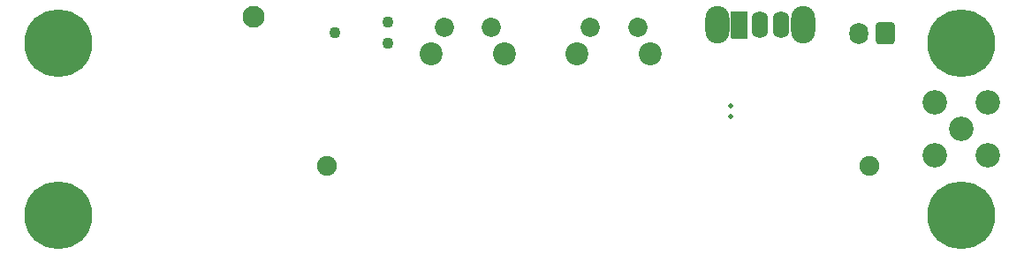
<source format=gbs>
G04 #@! TF.GenerationSoftware,KiCad,Pcbnew,5.1.8-db9833491~87~ubuntu20.04.1*
G04 #@! TF.CreationDate,2020-12-10T20:16:13-08:00*
G04 #@! TF.ProjectId,current-sense,63757272-656e-4742-9d73-656e73652e6b,rev?*
G04 #@! TF.SameCoordinates,Original*
G04 #@! TF.FileFunction,Soldermask,Bot*
G04 #@! TF.FilePolarity,Negative*
%FSLAX46Y46*%
G04 Gerber Fmt 4.6, Leading zero omitted, Abs format (unit mm)*
G04 Created by KiCad (PCBNEW 5.1.8-db9833491~87~ubuntu20.04.1) date 2020-12-10 20:16:13*
%MOMM*%
%LPD*%
G01*
G04 APERTURE LIST*
%ADD10O,1.800000X2.100000*%
%ADD11C,1.900000*%
%ADD12C,0.460000*%
%ADD13O,1.600000X2.600000*%
%ADD14O,2.300000X3.600000*%
%ADD15C,2.200000*%
%ADD16C,1.850000*%
%ADD17C,2.100000*%
%ADD18C,2.350000*%
%ADD19C,0.900000*%
%ADD20C,6.500000*%
%ADD21C,1.091000*%
G04 APERTURE END LIST*
D10*
X86000000Y46700000D03*
G36*
G01*
X89400000Y47485295D02*
X89400000Y45914705D01*
G75*
G02*
X89135295Y45650000I-264705J0D01*
G01*
X87864705Y45650000D01*
G75*
G02*
X87600000Y45914705I0J264705D01*
G01*
X87600000Y47485295D01*
G75*
G02*
X87864705Y47750000I264705J0D01*
G01*
X89135295Y47750000D01*
G75*
G02*
X89400000Y47485295I0J-264705D01*
G01*
G37*
D11*
X87000000Y33950000D03*
X35000000Y33950000D03*
D12*
X73700000Y39750000D03*
X73700000Y38750000D03*
G36*
G01*
X73700000Y46250000D02*
X73700000Y48750000D01*
G75*
G02*
X73750000Y48800000I50000J0D01*
G01*
X75250000Y48800000D01*
G75*
G02*
X75300000Y48750000I0J-50000D01*
G01*
X75300000Y46250000D01*
G75*
G02*
X75250000Y46200000I-50000J0D01*
G01*
X73750000Y46200000D01*
G75*
G02*
X73700000Y46250000I0J50000D01*
G01*
G37*
D13*
X76500000Y47500000D03*
X78500000Y47500000D03*
D14*
X72400000Y47500000D03*
X80600000Y47500000D03*
D15*
X58990000Y44760000D03*
D16*
X60250000Y47250000D03*
X64750000Y47250000D03*
D15*
X66000000Y44760000D03*
X44990000Y44760000D03*
D16*
X46250000Y47250000D03*
X50750000Y47250000D03*
D15*
X52000000Y44760000D03*
D17*
X28000000Y48250000D03*
D18*
X93210000Y34960000D03*
X98290000Y34960000D03*
X98290000Y40040000D03*
X93210000Y40040000D03*
X95750000Y37500000D03*
D19*
X11000000Y44000000D03*
X7500000Y47500000D03*
X7500000Y44000000D03*
X9250000Y43250000D03*
X6750000Y45750000D03*
X9250000Y48250000D03*
X11000000Y47500000D03*
X11750000Y45750000D03*
D20*
X9250000Y45750000D03*
D19*
X97500000Y44000000D03*
X94000000Y47500000D03*
X94000000Y44000000D03*
X95750000Y43250000D03*
X93250000Y45750000D03*
X95750000Y48250000D03*
X97500000Y47500000D03*
X98250000Y45750000D03*
D20*
X95750000Y45750000D03*
D21*
X40790000Y47766000D03*
X40790000Y45734000D03*
X35710000Y46750000D03*
D19*
X11000000Y27500000D03*
X7500000Y31000000D03*
X7500000Y27500000D03*
X9250000Y26750000D03*
X6750000Y29250000D03*
X9250000Y31750000D03*
X11000000Y31000000D03*
X11750000Y29250000D03*
D20*
X9250000Y29250000D03*
D19*
X97500000Y27500000D03*
X94000000Y31000000D03*
X94000000Y27500000D03*
X95750000Y26750000D03*
X93250000Y29250000D03*
X95750000Y31750000D03*
X97500000Y31000000D03*
X98250000Y29250000D03*
D20*
X95750000Y29250000D03*
M02*

</source>
